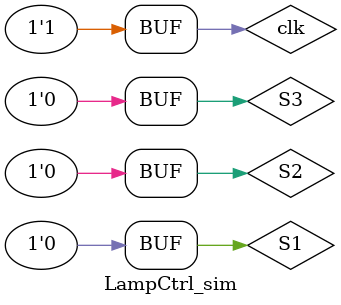
<source format=v>
`timescale 1ns / 1ps


module LampCtrl_sim;

	// Inputs
	reg clk;
	reg S1;
	reg S2;
	reg S3;

	// Outputs
	wire F;

	// Instantiate the Unit Under Test (UUT)
	LampCtrl uut (
		.clk(clk), 
		.S1(S1), 
		.S2(S2), 
		.S3(S3), 
		.F(F)
	);

	initial begin
		// Initialize Inputs
		clk = 0;
		S1 = 0;S2 = 0;S3 = 0;

		#600 S1 = 1;	
		#20 S1 = 0;
		#6000 S2 = 1;
		#20 S2 = 0;
		#6000 S3 = 1;
		#20 S3 = 0;
	end
	
	always begin
		#10 clk = 0;
		#10 clk = 1;
	end	
      
endmodule


</source>
